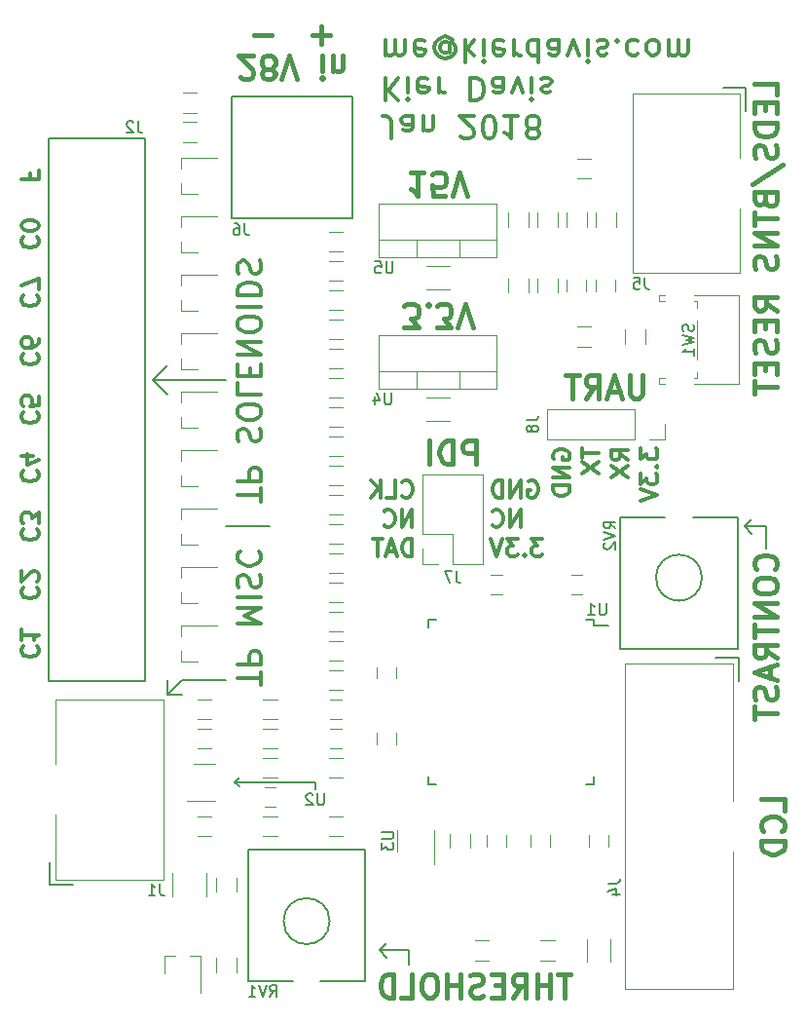
<source format=gbo>
G04 #@! TF.FileFunction,Legend,Bot*
%FSLAX46Y46*%
G04 Gerber Fmt 4.6, Leading zero omitted, Abs format (unit mm)*
G04 Created by KiCad (PCBNEW 4.0.7) date Tue Jan 30 12:06:56 2018*
%MOMM*%
%LPD*%
G01*
G04 APERTURE LIST*
%ADD10C,0.100000*%
%ADD11C,0.200000*%
%ADD12C,0.300000*%
%ADD13C,0.400000*%
%ADD14C,0.375000*%
%ADD15C,0.120000*%
%ADD16C,0.150000*%
%ADD17R,1.700000X1.700000*%
%ADD18O,1.700000X1.700000*%
%ADD19R,0.650000X1.560000*%
%ADD20R,1.500000X0.550000*%
%ADD21R,0.550000X1.500000*%
%ADD22R,1.250000X1.500000*%
%ADD23R,1.500000X1.250000*%
%ADD24R,1.600000X2.000000*%
%ADD25R,2.000000X1.600000*%
%ADD26R,1.900000X0.800000*%
%ADD27R,0.800000X1.900000*%
%ADD28R,1.300000X1.500000*%
%ADD29R,1.500000X1.300000*%
%ADD30R,2.500000X2.000000*%
%ADD31C,2.100000*%
%ADD32C,1.750000*%
%ADD33R,1.560000X0.650000*%
%ADD34R,1.800000X1.800000*%
%ADD35O,1.800000X1.800000*%
%ADD36C,8.600000*%
%ADD37C,2.500000*%
%ADD38C,2.200000*%
%ADD39C,3.500000*%
%ADD40C,1.600000*%
G04 APERTURE END LIST*
D10*
D11*
X105410000Y-52705000D02*
X106680000Y-53975000D01*
X106680000Y-51435000D02*
X105410000Y-52705000D01*
X105410000Y-52705000D02*
X111760000Y-52705000D01*
X107950000Y-78740000D02*
X111760000Y-78740000D01*
X106680000Y-80010000D02*
X107950000Y-78740000D01*
X106680000Y-80010000D02*
X107950000Y-80010000D01*
X106680000Y-78740000D02*
X106680000Y-80010000D01*
X111760000Y-65405000D02*
X115570000Y-65405000D01*
D12*
X114760238Y-79184524D02*
X114760238Y-78041667D01*
X112760238Y-78613095D02*
X114760238Y-78613095D01*
X112760238Y-77375000D02*
X114760238Y-77375000D01*
X114760238Y-76613095D01*
X114665000Y-76422619D01*
X114569762Y-76327380D01*
X114379286Y-76232142D01*
X114093571Y-76232142D01*
X113903095Y-76327380D01*
X113807857Y-76422619D01*
X113712619Y-76613095D01*
X113712619Y-77375000D01*
X112760238Y-73851190D02*
X114760238Y-73851190D01*
X113331667Y-73184523D01*
X114760238Y-72517856D01*
X112760238Y-72517856D01*
X112760238Y-71565476D02*
X114760238Y-71565476D01*
X112855476Y-70708333D02*
X112760238Y-70422618D01*
X112760238Y-69946428D01*
X112855476Y-69755952D01*
X112950714Y-69660714D01*
X113141190Y-69565475D01*
X113331667Y-69565475D01*
X113522143Y-69660714D01*
X113617381Y-69755952D01*
X113712619Y-69946428D01*
X113807857Y-70327380D01*
X113903095Y-70517856D01*
X113998333Y-70613095D01*
X114188810Y-70708333D01*
X114379286Y-70708333D01*
X114569762Y-70613095D01*
X114665000Y-70517856D01*
X114760238Y-70327380D01*
X114760238Y-69851190D01*
X114665000Y-69565475D01*
X112950714Y-67565475D02*
X112855476Y-67660713D01*
X112760238Y-67946428D01*
X112760238Y-68136904D01*
X112855476Y-68422618D01*
X113045952Y-68613094D01*
X113236429Y-68708333D01*
X113617381Y-68803571D01*
X113903095Y-68803571D01*
X114284048Y-68708333D01*
X114474524Y-68613094D01*
X114665000Y-68422618D01*
X114760238Y-68136904D01*
X114760238Y-67946428D01*
X114665000Y-67660713D01*
X114569762Y-67565475D01*
X114760238Y-63243335D02*
X114760238Y-62100478D01*
X112760238Y-62671906D02*
X114760238Y-62671906D01*
X112760238Y-61433811D02*
X114760238Y-61433811D01*
X114760238Y-60671906D01*
X114665000Y-60481430D01*
X114569762Y-60386191D01*
X114379286Y-60290953D01*
X114093571Y-60290953D01*
X113903095Y-60386191D01*
X113807857Y-60481430D01*
X113712619Y-60671906D01*
X113712619Y-61433811D01*
X112855476Y-58005239D02*
X112760238Y-57719524D01*
X112760238Y-57243334D01*
X112855476Y-57052858D01*
X112950714Y-56957620D01*
X113141190Y-56862381D01*
X113331667Y-56862381D01*
X113522143Y-56957620D01*
X113617381Y-57052858D01*
X113712619Y-57243334D01*
X113807857Y-57624286D01*
X113903095Y-57814762D01*
X113998333Y-57910001D01*
X114188810Y-58005239D01*
X114379286Y-58005239D01*
X114569762Y-57910001D01*
X114665000Y-57814762D01*
X114760238Y-57624286D01*
X114760238Y-57148096D01*
X114665000Y-56862381D01*
X114760238Y-55624286D02*
X114760238Y-55243334D01*
X114665000Y-55052858D01*
X114474524Y-54862381D01*
X114093571Y-54767143D01*
X113426905Y-54767143D01*
X113045952Y-54862381D01*
X112855476Y-55052858D01*
X112760238Y-55243334D01*
X112760238Y-55624286D01*
X112855476Y-55814762D01*
X113045952Y-56005239D01*
X113426905Y-56100477D01*
X114093571Y-56100477D01*
X114474524Y-56005239D01*
X114665000Y-55814762D01*
X114760238Y-55624286D01*
X112760238Y-52957620D02*
X112760238Y-53910001D01*
X114760238Y-53910001D01*
X113807857Y-52290953D02*
X113807857Y-51624286D01*
X112760238Y-51338572D02*
X112760238Y-52290953D01*
X114760238Y-52290953D01*
X114760238Y-51338572D01*
X112760238Y-50481429D02*
X114760238Y-50481429D01*
X112760238Y-49338571D01*
X114760238Y-49338571D01*
X114760238Y-48005238D02*
X114760238Y-47624286D01*
X114665000Y-47433810D01*
X114474524Y-47243333D01*
X114093571Y-47148095D01*
X113426905Y-47148095D01*
X113045952Y-47243333D01*
X112855476Y-47433810D01*
X112760238Y-47624286D01*
X112760238Y-48005238D01*
X112855476Y-48195714D01*
X113045952Y-48386191D01*
X113426905Y-48481429D01*
X114093571Y-48481429D01*
X114474524Y-48386191D01*
X114665000Y-48195714D01*
X114760238Y-48005238D01*
X112760238Y-46290953D02*
X114760238Y-46290953D01*
X112760238Y-45338572D02*
X114760238Y-45338572D01*
X114760238Y-44862381D01*
X114665000Y-44576667D01*
X114474524Y-44386191D01*
X114284048Y-44290952D01*
X113903095Y-44195714D01*
X113617381Y-44195714D01*
X113236429Y-44290952D01*
X113045952Y-44386191D01*
X112855476Y-44576667D01*
X112760238Y-44862381D01*
X112760238Y-45338572D01*
X112855476Y-43433810D02*
X112760238Y-43148095D01*
X112760238Y-42671905D01*
X112855476Y-42481429D01*
X112950714Y-42386191D01*
X113141190Y-42290952D01*
X113331667Y-42290952D01*
X113522143Y-42386191D01*
X113617381Y-42481429D01*
X113712619Y-42671905D01*
X113807857Y-43052857D01*
X113903095Y-43243333D01*
X113998333Y-43338572D01*
X114188810Y-43433810D01*
X114379286Y-43433810D01*
X114569762Y-43338572D01*
X114665000Y-43243333D01*
X114760238Y-43052857D01*
X114760238Y-42576667D01*
X114665000Y-42290952D01*
D11*
X127635000Y-102235000D02*
X127635000Y-103505000D01*
X125095000Y-102235000D02*
X127635000Y-102235000D01*
X125095000Y-102235000D02*
X125730000Y-102870000D01*
X125730000Y-101600000D02*
X125095000Y-102235000D01*
X158750000Y-65405000D02*
X158750000Y-67310000D01*
X156845000Y-65405000D02*
X158750000Y-65405000D01*
X156845000Y-65405000D02*
X157480000Y-66040000D01*
X157480000Y-64770000D02*
X156845000Y-65405000D01*
X112522000Y-87630000D02*
X112903000Y-88011000D01*
X112903000Y-87249000D02*
X112522000Y-87630000D01*
X119507000Y-87630000D02*
X112522000Y-87630000D01*
X119507000Y-88265000D02*
X119507000Y-87630000D01*
D13*
X127222619Y-48085238D02*
X128460715Y-48085238D01*
X127794048Y-47323333D01*
X128079762Y-47323333D01*
X128270238Y-47228095D01*
X128365476Y-47132857D01*
X128460715Y-46942381D01*
X128460715Y-46466190D01*
X128365476Y-46275714D01*
X128270238Y-46180476D01*
X128079762Y-46085238D01*
X127508334Y-46085238D01*
X127317857Y-46180476D01*
X127222619Y-46275714D01*
X129317857Y-46275714D02*
X129413096Y-46180476D01*
X129317857Y-46085238D01*
X129222619Y-46180476D01*
X129317857Y-46275714D01*
X129317857Y-46085238D01*
X130079762Y-48085238D02*
X131317858Y-48085238D01*
X130651191Y-47323333D01*
X130936905Y-47323333D01*
X131127381Y-47228095D01*
X131222619Y-47132857D01*
X131317858Y-46942381D01*
X131317858Y-46466190D01*
X131222619Y-46275714D01*
X131127381Y-46180476D01*
X130936905Y-46085238D01*
X130365477Y-46085238D01*
X130175000Y-46180476D01*
X130079762Y-46275714D01*
X131889286Y-48085238D02*
X132555953Y-46085238D01*
X133222620Y-48085238D01*
X128936905Y-34655238D02*
X127794047Y-34655238D01*
X128365476Y-34655238D02*
X128365476Y-36655238D01*
X128175000Y-36369524D01*
X127984524Y-36179048D01*
X127794047Y-36083810D01*
X130746428Y-36655238D02*
X129794047Y-36655238D01*
X129698809Y-35702857D01*
X129794047Y-35798095D01*
X129984524Y-35893333D01*
X130460714Y-35893333D01*
X130651190Y-35798095D01*
X130746428Y-35702857D01*
X130841667Y-35512381D01*
X130841667Y-35036190D01*
X130746428Y-34845714D01*
X130651190Y-34750476D01*
X130460714Y-34655238D01*
X129984524Y-34655238D01*
X129794047Y-34750476D01*
X129698809Y-34845714D01*
X131413095Y-36655238D02*
X132079762Y-34655238D01*
X132746429Y-36655238D01*
X147970477Y-52244762D02*
X147970477Y-53863810D01*
X147875238Y-54054286D01*
X147780000Y-54149524D01*
X147589524Y-54244762D01*
X147208572Y-54244762D01*
X147018096Y-54149524D01*
X146922857Y-54054286D01*
X146827619Y-53863810D01*
X146827619Y-52244762D01*
X145970477Y-53673333D02*
X145018096Y-53673333D01*
X146160953Y-54244762D02*
X145494286Y-52244762D01*
X144827619Y-54244762D01*
X143018095Y-54244762D02*
X143684762Y-53292381D01*
X144160953Y-54244762D02*
X144160953Y-52244762D01*
X143399048Y-52244762D01*
X143208572Y-52340000D01*
X143113333Y-52435238D01*
X143018095Y-52625714D01*
X143018095Y-52911429D01*
X143113333Y-53101905D01*
X143208572Y-53197143D01*
X143399048Y-53292381D01*
X144160953Y-53292381D01*
X142446667Y-52244762D02*
X141303810Y-52244762D01*
X141875238Y-54244762D02*
X141875238Y-52244762D01*
X133445000Y-59959762D02*
X133445000Y-57959762D01*
X132683095Y-57959762D01*
X132492619Y-58055000D01*
X132397380Y-58150238D01*
X132302142Y-58340714D01*
X132302142Y-58626429D01*
X132397380Y-58816905D01*
X132492619Y-58912143D01*
X132683095Y-59007381D01*
X133445000Y-59007381D01*
X131445000Y-59959762D02*
X131445000Y-57959762D01*
X130968809Y-57959762D01*
X130683095Y-58055000D01*
X130492619Y-58245476D01*
X130397380Y-58435952D01*
X130302142Y-58816905D01*
X130302142Y-59102619D01*
X130397380Y-59483571D01*
X130492619Y-59674048D01*
X130683095Y-59864524D01*
X130968809Y-59959762D01*
X131445000Y-59959762D01*
X129445000Y-59959762D02*
X129445000Y-57959762D01*
D14*
X147768571Y-58634286D02*
X147768571Y-59562857D01*
X148340000Y-59062857D01*
X148340000Y-59277143D01*
X148411429Y-59420000D01*
X148482857Y-59491429D01*
X148625714Y-59562857D01*
X148982857Y-59562857D01*
X149125714Y-59491429D01*
X149197143Y-59420000D01*
X149268571Y-59277143D01*
X149268571Y-58848571D01*
X149197143Y-58705714D01*
X149125714Y-58634286D01*
X149125714Y-60205714D02*
X149197143Y-60277142D01*
X149268571Y-60205714D01*
X149197143Y-60134285D01*
X149125714Y-60205714D01*
X149268571Y-60205714D01*
X147768571Y-60777143D02*
X147768571Y-61705714D01*
X148340000Y-61205714D01*
X148340000Y-61420000D01*
X148411429Y-61562857D01*
X148482857Y-61634286D01*
X148625714Y-61705714D01*
X148982857Y-61705714D01*
X149125714Y-61634286D01*
X149197143Y-61562857D01*
X149268571Y-61420000D01*
X149268571Y-60991428D01*
X149197143Y-60848571D01*
X149125714Y-60777143D01*
X147768571Y-62134285D02*
X149268571Y-62634285D01*
X147768571Y-63134285D01*
X146728571Y-59634286D02*
X146014286Y-59134286D01*
X146728571Y-58777143D02*
X145228571Y-58777143D01*
X145228571Y-59348571D01*
X145300000Y-59491429D01*
X145371429Y-59562857D01*
X145514286Y-59634286D01*
X145728571Y-59634286D01*
X145871429Y-59562857D01*
X145942857Y-59491429D01*
X146014286Y-59348571D01*
X146014286Y-58777143D01*
X145228571Y-60134286D02*
X146728571Y-61134286D01*
X145228571Y-61134286D02*
X146728571Y-60134286D01*
X142688571Y-58562857D02*
X142688571Y-59420000D01*
X144188571Y-58991429D02*
X142688571Y-58991429D01*
X142688571Y-59777143D02*
X144188571Y-60777143D01*
X142688571Y-60777143D02*
X144188571Y-59777143D01*
X140220000Y-59562857D02*
X140148571Y-59420000D01*
X140148571Y-59205714D01*
X140220000Y-58991429D01*
X140362857Y-58848571D01*
X140505714Y-58777143D01*
X140791429Y-58705714D01*
X141005714Y-58705714D01*
X141291429Y-58777143D01*
X141434286Y-58848571D01*
X141577143Y-58991429D01*
X141648571Y-59205714D01*
X141648571Y-59348571D01*
X141577143Y-59562857D01*
X141505714Y-59634286D01*
X141005714Y-59634286D01*
X141005714Y-59348571D01*
X141648571Y-60277143D02*
X140148571Y-60277143D01*
X141648571Y-61134286D01*
X140148571Y-61134286D01*
X141648571Y-61848572D02*
X140148571Y-61848572D01*
X140148571Y-62205715D01*
X140220000Y-62420000D01*
X140362857Y-62562858D01*
X140505714Y-62634286D01*
X140791429Y-62705715D01*
X141005714Y-62705715D01*
X141291429Y-62634286D01*
X141434286Y-62562858D01*
X141577143Y-62420000D01*
X141648571Y-62205715D01*
X141648571Y-61848572D01*
X137334286Y-65448571D02*
X137334286Y-63948571D01*
X136477143Y-65448571D01*
X136477143Y-63948571D01*
X134905714Y-65305714D02*
X134977143Y-65377143D01*
X135191429Y-65448571D01*
X135334286Y-65448571D01*
X135548571Y-65377143D01*
X135691429Y-65234286D01*
X135762857Y-65091429D01*
X135834286Y-64805714D01*
X135834286Y-64591429D01*
X135762857Y-64305714D01*
X135691429Y-64162857D01*
X135548571Y-64020000D01*
X135334286Y-63948571D01*
X135191429Y-63948571D01*
X134977143Y-64020000D01*
X134905714Y-64091429D01*
X127912857Y-65448571D02*
X127912857Y-63948571D01*
X127055714Y-65448571D01*
X127055714Y-63948571D01*
X125484285Y-65305714D02*
X125555714Y-65377143D01*
X125770000Y-65448571D01*
X125912857Y-65448571D01*
X126127142Y-65377143D01*
X126270000Y-65234286D01*
X126341428Y-65091429D01*
X126412857Y-64805714D01*
X126412857Y-64591429D01*
X126341428Y-64305714D01*
X126270000Y-64162857D01*
X126127142Y-64020000D01*
X125912857Y-63948571D01*
X125770000Y-63948571D01*
X125555714Y-64020000D01*
X125484285Y-64091429D01*
X139262856Y-66488571D02*
X138334285Y-66488571D01*
X138834285Y-67060000D01*
X138619999Y-67060000D01*
X138477142Y-67131429D01*
X138405713Y-67202857D01*
X138334285Y-67345714D01*
X138334285Y-67702857D01*
X138405713Y-67845714D01*
X138477142Y-67917143D01*
X138619999Y-67988571D01*
X139048571Y-67988571D01*
X139191428Y-67917143D01*
X139262856Y-67845714D01*
X137691428Y-67845714D02*
X137620000Y-67917143D01*
X137691428Y-67988571D01*
X137762857Y-67917143D01*
X137691428Y-67845714D01*
X137691428Y-67988571D01*
X137119999Y-66488571D02*
X136191428Y-66488571D01*
X136691428Y-67060000D01*
X136477142Y-67060000D01*
X136334285Y-67131429D01*
X136262856Y-67202857D01*
X136191428Y-67345714D01*
X136191428Y-67702857D01*
X136262856Y-67845714D01*
X136334285Y-67917143D01*
X136477142Y-67988571D01*
X136905714Y-67988571D01*
X137048571Y-67917143D01*
X137119999Y-67845714D01*
X135762857Y-66488571D02*
X135262857Y-67988571D01*
X134762857Y-66488571D01*
X138048572Y-61480000D02*
X138191429Y-61408571D01*
X138405715Y-61408571D01*
X138620000Y-61480000D01*
X138762858Y-61622857D01*
X138834286Y-61765714D01*
X138905715Y-62051429D01*
X138905715Y-62265714D01*
X138834286Y-62551429D01*
X138762858Y-62694286D01*
X138620000Y-62837143D01*
X138405715Y-62908571D01*
X138262858Y-62908571D01*
X138048572Y-62837143D01*
X137977143Y-62765714D01*
X137977143Y-62265714D01*
X138262858Y-62265714D01*
X137334286Y-62908571D02*
X137334286Y-61408571D01*
X136477143Y-62908571D01*
X136477143Y-61408571D01*
X135762857Y-62908571D02*
X135762857Y-61408571D01*
X135405714Y-61408571D01*
X135191429Y-61480000D01*
X135048571Y-61622857D01*
X134977143Y-61765714D01*
X134905714Y-62051429D01*
X134905714Y-62265714D01*
X134977143Y-62551429D01*
X135048571Y-62694286D01*
X135191429Y-62837143D01*
X135405714Y-62908571D01*
X135762857Y-62908571D01*
X127055714Y-62765714D02*
X127127143Y-62837143D01*
X127341429Y-62908571D01*
X127484286Y-62908571D01*
X127698571Y-62837143D01*
X127841429Y-62694286D01*
X127912857Y-62551429D01*
X127984286Y-62265714D01*
X127984286Y-62051429D01*
X127912857Y-61765714D01*
X127841429Y-61622857D01*
X127698571Y-61480000D01*
X127484286Y-61408571D01*
X127341429Y-61408571D01*
X127127143Y-61480000D01*
X127055714Y-61551429D01*
X125698571Y-62908571D02*
X126412857Y-62908571D01*
X126412857Y-61408571D01*
X125198571Y-62908571D02*
X125198571Y-61408571D01*
X124341428Y-62908571D02*
X124984285Y-62051429D01*
X124341428Y-61408571D02*
X125198571Y-62265714D01*
X127912857Y-67988571D02*
X127912857Y-66488571D01*
X127555714Y-66488571D01*
X127341429Y-66560000D01*
X127198571Y-66702857D01*
X127127143Y-66845714D01*
X127055714Y-67131429D01*
X127055714Y-67345714D01*
X127127143Y-67631429D01*
X127198571Y-67774286D01*
X127341429Y-67917143D01*
X127555714Y-67988571D01*
X127912857Y-67988571D01*
X126484286Y-67560000D02*
X125770000Y-67560000D01*
X126627143Y-67988571D02*
X126127143Y-66488571D01*
X125627143Y-67988571D01*
X125341429Y-66488571D02*
X124484286Y-66488571D01*
X124912857Y-67988571D02*
X124912857Y-66488571D01*
D12*
X126142619Y-31700238D02*
X126142619Y-30271667D01*
X126047381Y-29985952D01*
X125856905Y-29795476D01*
X125571190Y-29700238D01*
X125380714Y-29700238D01*
X127952143Y-29700238D02*
X127952143Y-30747857D01*
X127856905Y-30938333D01*
X127666429Y-31033571D01*
X127285477Y-31033571D01*
X127095000Y-30938333D01*
X127952143Y-29795476D02*
X127761667Y-29700238D01*
X127285477Y-29700238D01*
X127095000Y-29795476D01*
X126999762Y-29985952D01*
X126999762Y-30176429D01*
X127095000Y-30366905D01*
X127285477Y-30462143D01*
X127761667Y-30462143D01*
X127952143Y-30557381D01*
X128904524Y-31033571D02*
X128904524Y-29700238D01*
X128904524Y-30843095D02*
X128999763Y-30938333D01*
X129190239Y-31033571D01*
X129475953Y-31033571D01*
X129666429Y-30938333D01*
X129761667Y-30747857D01*
X129761667Y-29700238D01*
X132142620Y-31509762D02*
X132237858Y-31605000D01*
X132428335Y-31700238D01*
X132904525Y-31700238D01*
X133095001Y-31605000D01*
X133190239Y-31509762D01*
X133285478Y-31319286D01*
X133285478Y-31128810D01*
X133190239Y-30843095D01*
X132047382Y-29700238D01*
X133285478Y-29700238D01*
X134523573Y-31700238D02*
X134714049Y-31700238D01*
X134904525Y-31605000D01*
X134999763Y-31509762D01*
X135095001Y-31319286D01*
X135190240Y-30938333D01*
X135190240Y-30462143D01*
X135095001Y-30081190D01*
X134999763Y-29890714D01*
X134904525Y-29795476D01*
X134714049Y-29700238D01*
X134523573Y-29700238D01*
X134333097Y-29795476D01*
X134237859Y-29890714D01*
X134142620Y-30081190D01*
X134047382Y-30462143D01*
X134047382Y-30938333D01*
X134142620Y-31319286D01*
X134237859Y-31509762D01*
X134333097Y-31605000D01*
X134523573Y-31700238D01*
X137095002Y-29700238D02*
X135952144Y-29700238D01*
X136523573Y-29700238D02*
X136523573Y-31700238D01*
X136333097Y-31414524D01*
X136142621Y-31224048D01*
X135952144Y-31128810D01*
X138237859Y-30843095D02*
X138047383Y-30938333D01*
X137952144Y-31033571D01*
X137856906Y-31224048D01*
X137856906Y-31319286D01*
X137952144Y-31509762D01*
X138047383Y-31605000D01*
X138237859Y-31700238D01*
X138618811Y-31700238D01*
X138809287Y-31605000D01*
X138904525Y-31509762D01*
X138999764Y-31319286D01*
X138999764Y-31224048D01*
X138904525Y-31033571D01*
X138809287Y-30938333D01*
X138618811Y-30843095D01*
X138237859Y-30843095D01*
X138047383Y-30747857D01*
X137952144Y-30652619D01*
X137856906Y-30462143D01*
X137856906Y-30081190D01*
X137952144Y-29890714D01*
X138047383Y-29795476D01*
X138237859Y-29700238D01*
X138618811Y-29700238D01*
X138809287Y-29795476D01*
X138904525Y-29890714D01*
X138999764Y-30081190D01*
X138999764Y-30462143D01*
X138904525Y-30652619D01*
X138809287Y-30747857D01*
X138618811Y-30843095D01*
X125571190Y-26400238D02*
X125571190Y-28400238D01*
X126714048Y-26400238D02*
X125856905Y-27543095D01*
X126714048Y-28400238D02*
X125571190Y-27257381D01*
X127571190Y-26400238D02*
X127571190Y-27733571D01*
X127571190Y-28400238D02*
X127475952Y-28305000D01*
X127571190Y-28209762D01*
X127666429Y-28305000D01*
X127571190Y-28400238D01*
X127571190Y-28209762D01*
X129285476Y-26495476D02*
X129095000Y-26400238D01*
X128714048Y-26400238D01*
X128523571Y-26495476D01*
X128428333Y-26685952D01*
X128428333Y-27447857D01*
X128523571Y-27638333D01*
X128714048Y-27733571D01*
X129095000Y-27733571D01*
X129285476Y-27638333D01*
X129380714Y-27447857D01*
X129380714Y-27257381D01*
X128428333Y-27066905D01*
X130237857Y-26400238D02*
X130237857Y-27733571D01*
X130237857Y-27352619D02*
X130333096Y-27543095D01*
X130428334Y-27638333D01*
X130618810Y-27733571D01*
X130809286Y-27733571D01*
X132999762Y-26400238D02*
X132999762Y-28400238D01*
X133475953Y-28400238D01*
X133761667Y-28305000D01*
X133952143Y-28114524D01*
X134047382Y-27924048D01*
X134142620Y-27543095D01*
X134142620Y-27257381D01*
X134047382Y-26876429D01*
X133952143Y-26685952D01*
X133761667Y-26495476D01*
X133475953Y-26400238D01*
X132999762Y-26400238D01*
X135856905Y-26400238D02*
X135856905Y-27447857D01*
X135761667Y-27638333D01*
X135571191Y-27733571D01*
X135190239Y-27733571D01*
X134999762Y-27638333D01*
X135856905Y-26495476D02*
X135666429Y-26400238D01*
X135190239Y-26400238D01*
X134999762Y-26495476D01*
X134904524Y-26685952D01*
X134904524Y-26876429D01*
X134999762Y-27066905D01*
X135190239Y-27162143D01*
X135666429Y-27162143D01*
X135856905Y-27257381D01*
X136618810Y-27733571D02*
X137095001Y-26400238D01*
X137571191Y-27733571D01*
X138333096Y-26400238D02*
X138333096Y-27733571D01*
X138333096Y-28400238D02*
X138237858Y-28305000D01*
X138333096Y-28209762D01*
X138428335Y-28305000D01*
X138333096Y-28400238D01*
X138333096Y-28209762D01*
X139190239Y-26495476D02*
X139380716Y-26400238D01*
X139761668Y-26400238D01*
X139952144Y-26495476D01*
X140047382Y-26685952D01*
X140047382Y-26781190D01*
X139952144Y-26971667D01*
X139761668Y-27066905D01*
X139475954Y-27066905D01*
X139285477Y-27162143D01*
X139190239Y-27352619D01*
X139190239Y-27447857D01*
X139285477Y-27638333D01*
X139475954Y-27733571D01*
X139761668Y-27733571D01*
X139952144Y-27638333D01*
X125571190Y-23100238D02*
X125571190Y-24433571D01*
X125571190Y-24243095D02*
X125666429Y-24338333D01*
X125856905Y-24433571D01*
X126142619Y-24433571D01*
X126333095Y-24338333D01*
X126428333Y-24147857D01*
X126428333Y-23100238D01*
X126428333Y-24147857D02*
X126523571Y-24338333D01*
X126714048Y-24433571D01*
X126999762Y-24433571D01*
X127190238Y-24338333D01*
X127285476Y-24147857D01*
X127285476Y-23100238D01*
X128999762Y-23195476D02*
X128809286Y-23100238D01*
X128428334Y-23100238D01*
X128237857Y-23195476D01*
X128142619Y-23385952D01*
X128142619Y-24147857D01*
X128237857Y-24338333D01*
X128428334Y-24433571D01*
X128809286Y-24433571D01*
X128999762Y-24338333D01*
X129095000Y-24147857D01*
X129095000Y-23957381D01*
X128142619Y-23766905D01*
X131190239Y-24052619D02*
X131095001Y-24147857D01*
X130904524Y-24243095D01*
X130714048Y-24243095D01*
X130523572Y-24147857D01*
X130428334Y-24052619D01*
X130333096Y-23862143D01*
X130333096Y-23671667D01*
X130428334Y-23481190D01*
X130523572Y-23385952D01*
X130714048Y-23290714D01*
X130904524Y-23290714D01*
X131095001Y-23385952D01*
X131190239Y-23481190D01*
X131190239Y-24243095D02*
X131190239Y-23481190D01*
X131285477Y-23385952D01*
X131380715Y-23385952D01*
X131571191Y-23481190D01*
X131666429Y-23671667D01*
X131666429Y-24147857D01*
X131475953Y-24433571D01*
X131190239Y-24624048D01*
X130809286Y-24719286D01*
X130428334Y-24624048D01*
X130142620Y-24433571D01*
X129952143Y-24147857D01*
X129856905Y-23766905D01*
X129952143Y-23385952D01*
X130142620Y-23100238D01*
X130428334Y-22909762D01*
X130809286Y-22814524D01*
X131190239Y-22909762D01*
X131475953Y-23100238D01*
X132523572Y-23100238D02*
X132523572Y-25100238D01*
X132714049Y-23862143D02*
X133285477Y-23100238D01*
X133285477Y-24433571D02*
X132523572Y-23671667D01*
X134142620Y-23100238D02*
X134142620Y-24433571D01*
X134142620Y-25100238D02*
X134047382Y-25005000D01*
X134142620Y-24909762D01*
X134237859Y-25005000D01*
X134142620Y-25100238D01*
X134142620Y-24909762D01*
X135856906Y-23195476D02*
X135666430Y-23100238D01*
X135285478Y-23100238D01*
X135095001Y-23195476D01*
X134999763Y-23385952D01*
X134999763Y-24147857D01*
X135095001Y-24338333D01*
X135285478Y-24433571D01*
X135666430Y-24433571D01*
X135856906Y-24338333D01*
X135952144Y-24147857D01*
X135952144Y-23957381D01*
X134999763Y-23766905D01*
X136809287Y-23100238D02*
X136809287Y-24433571D01*
X136809287Y-24052619D02*
X136904526Y-24243095D01*
X136999764Y-24338333D01*
X137190240Y-24433571D01*
X137380716Y-24433571D01*
X138904525Y-23100238D02*
X138904525Y-25100238D01*
X138904525Y-23195476D02*
X138714049Y-23100238D01*
X138333097Y-23100238D01*
X138142621Y-23195476D01*
X138047382Y-23290714D01*
X137952144Y-23481190D01*
X137952144Y-24052619D01*
X138047382Y-24243095D01*
X138142621Y-24338333D01*
X138333097Y-24433571D01*
X138714049Y-24433571D01*
X138904525Y-24338333D01*
X140714049Y-23100238D02*
X140714049Y-24147857D01*
X140618811Y-24338333D01*
X140428335Y-24433571D01*
X140047383Y-24433571D01*
X139856906Y-24338333D01*
X140714049Y-23195476D02*
X140523573Y-23100238D01*
X140047383Y-23100238D01*
X139856906Y-23195476D01*
X139761668Y-23385952D01*
X139761668Y-23576429D01*
X139856906Y-23766905D01*
X140047383Y-23862143D01*
X140523573Y-23862143D01*
X140714049Y-23957381D01*
X141475954Y-24433571D02*
X141952145Y-23100238D01*
X142428335Y-24433571D01*
X143190240Y-23100238D02*
X143190240Y-24433571D01*
X143190240Y-25100238D02*
X143095002Y-25005000D01*
X143190240Y-24909762D01*
X143285479Y-25005000D01*
X143190240Y-25100238D01*
X143190240Y-24909762D01*
X144047383Y-23195476D02*
X144237860Y-23100238D01*
X144618812Y-23100238D01*
X144809288Y-23195476D01*
X144904526Y-23385952D01*
X144904526Y-23481190D01*
X144809288Y-23671667D01*
X144618812Y-23766905D01*
X144333098Y-23766905D01*
X144142621Y-23862143D01*
X144047383Y-24052619D01*
X144047383Y-24147857D01*
X144142621Y-24338333D01*
X144333098Y-24433571D01*
X144618812Y-24433571D01*
X144809288Y-24338333D01*
X145761669Y-23290714D02*
X145856908Y-23195476D01*
X145761669Y-23100238D01*
X145666431Y-23195476D01*
X145761669Y-23290714D01*
X145761669Y-23100238D01*
X147571193Y-23195476D02*
X147380717Y-23100238D01*
X146999765Y-23100238D01*
X146809289Y-23195476D01*
X146714050Y-23290714D01*
X146618812Y-23481190D01*
X146618812Y-24052619D01*
X146714050Y-24243095D01*
X146809289Y-24338333D01*
X146999765Y-24433571D01*
X147380717Y-24433571D01*
X147571193Y-24338333D01*
X148714051Y-23100238D02*
X148523575Y-23195476D01*
X148428336Y-23290714D01*
X148333098Y-23481190D01*
X148333098Y-24052619D01*
X148428336Y-24243095D01*
X148523575Y-24338333D01*
X148714051Y-24433571D01*
X148999765Y-24433571D01*
X149190241Y-24338333D01*
X149285479Y-24243095D01*
X149380717Y-24052619D01*
X149380717Y-23481190D01*
X149285479Y-23290714D01*
X149190241Y-23195476D01*
X148999765Y-23100238D01*
X148714051Y-23100238D01*
X150237860Y-23100238D02*
X150237860Y-24433571D01*
X150237860Y-24243095D02*
X150333099Y-24338333D01*
X150523575Y-24433571D01*
X150809289Y-24433571D01*
X150999765Y-24338333D01*
X151095003Y-24147857D01*
X151095003Y-23100238D01*
X151095003Y-24147857D02*
X151190241Y-24338333D01*
X151380718Y-24433571D01*
X151666432Y-24433571D01*
X151856908Y-24338333D01*
X151952146Y-24147857D01*
X151952146Y-23100238D01*
D13*
X159654762Y-46625238D02*
X158702381Y-45958571D01*
X159654762Y-45482380D02*
X157654762Y-45482380D01*
X157654762Y-46244285D01*
X157750000Y-46434761D01*
X157845238Y-46530000D01*
X158035714Y-46625238D01*
X158321429Y-46625238D01*
X158511905Y-46530000D01*
X158607143Y-46434761D01*
X158702381Y-46244285D01*
X158702381Y-45482380D01*
X158607143Y-47482380D02*
X158607143Y-48149047D01*
X159654762Y-48434761D02*
X159654762Y-47482380D01*
X157654762Y-47482380D01*
X157654762Y-48434761D01*
X159559524Y-49196666D02*
X159654762Y-49482381D01*
X159654762Y-49958571D01*
X159559524Y-50149047D01*
X159464286Y-50244285D01*
X159273810Y-50339524D01*
X159083333Y-50339524D01*
X158892857Y-50244285D01*
X158797619Y-50149047D01*
X158702381Y-49958571D01*
X158607143Y-49577619D01*
X158511905Y-49387143D01*
X158416667Y-49291904D01*
X158226190Y-49196666D01*
X158035714Y-49196666D01*
X157845238Y-49291904D01*
X157750000Y-49387143D01*
X157654762Y-49577619D01*
X157654762Y-50053809D01*
X157750000Y-50339524D01*
X158607143Y-51196666D02*
X158607143Y-51863333D01*
X159654762Y-52149047D02*
X159654762Y-51196666D01*
X157654762Y-51196666D01*
X157654762Y-52149047D01*
X157654762Y-52720476D02*
X157654762Y-53863333D01*
X159654762Y-53291905D02*
X157654762Y-53291905D01*
X159654762Y-27877380D02*
X159654762Y-26924999D01*
X157654762Y-26924999D01*
X158607143Y-28544047D02*
X158607143Y-29210714D01*
X159654762Y-29496428D02*
X159654762Y-28544047D01*
X157654762Y-28544047D01*
X157654762Y-29496428D01*
X159654762Y-30353571D02*
X157654762Y-30353571D01*
X157654762Y-30829762D01*
X157750000Y-31115476D01*
X157940476Y-31305952D01*
X158130952Y-31401191D01*
X158511905Y-31496429D01*
X158797619Y-31496429D01*
X159178571Y-31401191D01*
X159369048Y-31305952D01*
X159559524Y-31115476D01*
X159654762Y-30829762D01*
X159654762Y-30353571D01*
X159559524Y-32258333D02*
X159654762Y-32544048D01*
X159654762Y-33020238D01*
X159559524Y-33210714D01*
X159464286Y-33305952D01*
X159273810Y-33401191D01*
X159083333Y-33401191D01*
X158892857Y-33305952D01*
X158797619Y-33210714D01*
X158702381Y-33020238D01*
X158607143Y-32639286D01*
X158511905Y-32448810D01*
X158416667Y-32353571D01*
X158226190Y-32258333D01*
X158035714Y-32258333D01*
X157845238Y-32353571D01*
X157750000Y-32448810D01*
X157654762Y-32639286D01*
X157654762Y-33115476D01*
X157750000Y-33401191D01*
X157559524Y-35686905D02*
X160130952Y-33972619D01*
X158607143Y-37020238D02*
X158702381Y-37305952D01*
X158797619Y-37401191D01*
X158988095Y-37496429D01*
X159273810Y-37496429D01*
X159464286Y-37401191D01*
X159559524Y-37305952D01*
X159654762Y-37115476D01*
X159654762Y-36353571D01*
X157654762Y-36353571D01*
X157654762Y-37020238D01*
X157750000Y-37210714D01*
X157845238Y-37305952D01*
X158035714Y-37401191D01*
X158226190Y-37401191D01*
X158416667Y-37305952D01*
X158511905Y-37210714D01*
X158607143Y-37020238D01*
X158607143Y-36353571D01*
X157654762Y-38067857D02*
X157654762Y-39210714D01*
X159654762Y-38639286D02*
X157654762Y-38639286D01*
X159654762Y-39877381D02*
X157654762Y-39877381D01*
X159654762Y-41020239D01*
X157654762Y-41020239D01*
X159559524Y-41877381D02*
X159654762Y-42163096D01*
X159654762Y-42639286D01*
X159559524Y-42829762D01*
X159464286Y-42925000D01*
X159273810Y-43020239D01*
X159083333Y-43020239D01*
X158892857Y-42925000D01*
X158797619Y-42829762D01*
X158702381Y-42639286D01*
X158607143Y-42258334D01*
X158511905Y-42067858D01*
X158416667Y-41972619D01*
X158226190Y-41877381D01*
X158035714Y-41877381D01*
X157845238Y-41972619D01*
X157750000Y-42067858D01*
X157654762Y-42258334D01*
X157654762Y-42734524D01*
X157750000Y-43020239D01*
X112951190Y-26304762D02*
X113046428Y-26400000D01*
X113236905Y-26495238D01*
X113713095Y-26495238D01*
X113903571Y-26400000D01*
X113998809Y-26304762D01*
X114094048Y-26114286D01*
X114094048Y-25923810D01*
X113998809Y-25638095D01*
X112855952Y-24495238D01*
X114094048Y-24495238D01*
X115236905Y-25638095D02*
X115046429Y-25733333D01*
X114951190Y-25828571D01*
X114855952Y-26019048D01*
X114855952Y-26114286D01*
X114951190Y-26304762D01*
X115046429Y-26400000D01*
X115236905Y-26495238D01*
X115617857Y-26495238D01*
X115808333Y-26400000D01*
X115903571Y-26304762D01*
X115998810Y-26114286D01*
X115998810Y-26019048D01*
X115903571Y-25828571D01*
X115808333Y-25733333D01*
X115617857Y-25638095D01*
X115236905Y-25638095D01*
X115046429Y-25542857D01*
X114951190Y-25447619D01*
X114855952Y-25257143D01*
X114855952Y-24876190D01*
X114951190Y-24685714D01*
X115046429Y-24590476D01*
X115236905Y-24495238D01*
X115617857Y-24495238D01*
X115808333Y-24590476D01*
X115903571Y-24685714D01*
X115998810Y-24876190D01*
X115998810Y-25257143D01*
X115903571Y-25447619D01*
X115808333Y-25542857D01*
X115617857Y-25638095D01*
X116570238Y-26495238D02*
X117236905Y-24495238D01*
X117903572Y-26495238D01*
X120094048Y-24495238D02*
X120094048Y-25828571D01*
X120094048Y-26495238D02*
X119998810Y-26400000D01*
X120094048Y-26304762D01*
X120189287Y-26400000D01*
X120094048Y-26495238D01*
X120094048Y-26304762D01*
X121046429Y-25828571D02*
X121046429Y-24495238D01*
X121046429Y-25638095D02*
X121141668Y-25733333D01*
X121332144Y-25828571D01*
X121617858Y-25828571D01*
X121808334Y-25733333D01*
X121903572Y-25542857D01*
X121903572Y-24495238D01*
X119253095Y-22717143D02*
X120776905Y-22717143D01*
X120015000Y-21955238D02*
X120015000Y-23479048D01*
X114173095Y-22717143D02*
X115696905Y-22717143D01*
D14*
X94079286Y-75814999D02*
X94007857Y-75886428D01*
X93936429Y-76100714D01*
X93936429Y-76243571D01*
X94007857Y-76457856D01*
X94150714Y-76600714D01*
X94293571Y-76672142D01*
X94579286Y-76743571D01*
X94793571Y-76743571D01*
X95079286Y-76672142D01*
X95222143Y-76600714D01*
X95365000Y-76457856D01*
X95436429Y-76243571D01*
X95436429Y-76100714D01*
X95365000Y-75886428D01*
X95293571Y-75814999D01*
X93936429Y-74386428D02*
X93936429Y-75243571D01*
X93936429Y-74814999D02*
X95436429Y-74814999D01*
X95222143Y-74957856D01*
X95079286Y-75100714D01*
X95007857Y-75243571D01*
X94079286Y-70734999D02*
X94007857Y-70806428D01*
X93936429Y-71020714D01*
X93936429Y-71163571D01*
X94007857Y-71377856D01*
X94150714Y-71520714D01*
X94293571Y-71592142D01*
X94579286Y-71663571D01*
X94793571Y-71663571D01*
X95079286Y-71592142D01*
X95222143Y-71520714D01*
X95365000Y-71377856D01*
X95436429Y-71163571D01*
X95436429Y-71020714D01*
X95365000Y-70806428D01*
X95293571Y-70734999D01*
X95293571Y-70163571D02*
X95365000Y-70092142D01*
X95436429Y-69949285D01*
X95436429Y-69592142D01*
X95365000Y-69449285D01*
X95293571Y-69377856D01*
X95150714Y-69306428D01*
X95007857Y-69306428D01*
X94793571Y-69377856D01*
X93936429Y-70234999D01*
X93936429Y-69306428D01*
X94079286Y-65654999D02*
X94007857Y-65726428D01*
X93936429Y-65940714D01*
X93936429Y-66083571D01*
X94007857Y-66297856D01*
X94150714Y-66440714D01*
X94293571Y-66512142D01*
X94579286Y-66583571D01*
X94793571Y-66583571D01*
X95079286Y-66512142D01*
X95222143Y-66440714D01*
X95365000Y-66297856D01*
X95436429Y-66083571D01*
X95436429Y-65940714D01*
X95365000Y-65726428D01*
X95293571Y-65654999D01*
X95436429Y-65154999D02*
X95436429Y-64226428D01*
X94865000Y-64726428D01*
X94865000Y-64512142D01*
X94793571Y-64369285D01*
X94722143Y-64297856D01*
X94579286Y-64226428D01*
X94222143Y-64226428D01*
X94079286Y-64297856D01*
X94007857Y-64369285D01*
X93936429Y-64512142D01*
X93936429Y-64940714D01*
X94007857Y-65083571D01*
X94079286Y-65154999D01*
X94079286Y-60574999D02*
X94007857Y-60646428D01*
X93936429Y-60860714D01*
X93936429Y-61003571D01*
X94007857Y-61217856D01*
X94150714Y-61360714D01*
X94293571Y-61432142D01*
X94579286Y-61503571D01*
X94793571Y-61503571D01*
X95079286Y-61432142D01*
X95222143Y-61360714D01*
X95365000Y-61217856D01*
X95436429Y-61003571D01*
X95436429Y-60860714D01*
X95365000Y-60646428D01*
X95293571Y-60574999D01*
X94936429Y-59289285D02*
X93936429Y-59289285D01*
X95507857Y-59646428D02*
X94436429Y-60003571D01*
X94436429Y-59074999D01*
X94079286Y-55494999D02*
X94007857Y-55566428D01*
X93936429Y-55780714D01*
X93936429Y-55923571D01*
X94007857Y-56137856D01*
X94150714Y-56280714D01*
X94293571Y-56352142D01*
X94579286Y-56423571D01*
X94793571Y-56423571D01*
X95079286Y-56352142D01*
X95222143Y-56280714D01*
X95365000Y-56137856D01*
X95436429Y-55923571D01*
X95436429Y-55780714D01*
X95365000Y-55566428D01*
X95293571Y-55494999D01*
X95436429Y-54137856D02*
X95436429Y-54852142D01*
X94722143Y-54923571D01*
X94793571Y-54852142D01*
X94865000Y-54709285D01*
X94865000Y-54352142D01*
X94793571Y-54209285D01*
X94722143Y-54137856D01*
X94579286Y-54066428D01*
X94222143Y-54066428D01*
X94079286Y-54137856D01*
X94007857Y-54209285D01*
X93936429Y-54352142D01*
X93936429Y-54709285D01*
X94007857Y-54852142D01*
X94079286Y-54923571D01*
X94079286Y-50414999D02*
X94007857Y-50486428D01*
X93936429Y-50700714D01*
X93936429Y-50843571D01*
X94007857Y-51057856D01*
X94150714Y-51200714D01*
X94293571Y-51272142D01*
X94579286Y-51343571D01*
X94793571Y-51343571D01*
X95079286Y-51272142D01*
X95222143Y-51200714D01*
X95365000Y-51057856D01*
X95436429Y-50843571D01*
X95436429Y-50700714D01*
X95365000Y-50486428D01*
X95293571Y-50414999D01*
X95436429Y-49129285D02*
X95436429Y-49414999D01*
X95365000Y-49557856D01*
X95293571Y-49629285D01*
X95079286Y-49772142D01*
X94793571Y-49843571D01*
X94222143Y-49843571D01*
X94079286Y-49772142D01*
X94007857Y-49700714D01*
X93936429Y-49557856D01*
X93936429Y-49272142D01*
X94007857Y-49129285D01*
X94079286Y-49057856D01*
X94222143Y-48986428D01*
X94579286Y-48986428D01*
X94722143Y-49057856D01*
X94793571Y-49129285D01*
X94865000Y-49272142D01*
X94865000Y-49557856D01*
X94793571Y-49700714D01*
X94722143Y-49772142D01*
X94579286Y-49843571D01*
X94079286Y-45334999D02*
X94007857Y-45406428D01*
X93936429Y-45620714D01*
X93936429Y-45763571D01*
X94007857Y-45977856D01*
X94150714Y-46120714D01*
X94293571Y-46192142D01*
X94579286Y-46263571D01*
X94793571Y-46263571D01*
X95079286Y-46192142D01*
X95222143Y-46120714D01*
X95365000Y-45977856D01*
X95436429Y-45763571D01*
X95436429Y-45620714D01*
X95365000Y-45406428D01*
X95293571Y-45334999D01*
X95436429Y-44834999D02*
X95436429Y-43834999D01*
X93936429Y-44477856D01*
X94079286Y-40254999D02*
X94007857Y-40326428D01*
X93936429Y-40540714D01*
X93936429Y-40683571D01*
X94007857Y-40897856D01*
X94150714Y-41040714D01*
X94293571Y-41112142D01*
X94579286Y-41183571D01*
X94793571Y-41183571D01*
X95079286Y-41112142D01*
X95222143Y-41040714D01*
X95365000Y-40897856D01*
X95436429Y-40683571D01*
X95436429Y-40540714D01*
X95365000Y-40326428D01*
X95293571Y-40254999D01*
X95436429Y-39326428D02*
X95436429Y-39183571D01*
X95365000Y-39040714D01*
X95293571Y-38969285D01*
X95150714Y-38897856D01*
X94865000Y-38826428D01*
X94507857Y-38826428D01*
X94222143Y-38897856D01*
X94079286Y-38969285D01*
X94007857Y-39040714D01*
X93936429Y-39183571D01*
X93936429Y-39326428D01*
X94007857Y-39469285D01*
X94079286Y-39540714D01*
X94222143Y-39612142D01*
X94507857Y-39683571D01*
X94865000Y-39683571D01*
X95150714Y-39612142D01*
X95293571Y-39540714D01*
X95365000Y-39469285D01*
X95436429Y-39326428D01*
X94722143Y-34710714D02*
X94722143Y-35210714D01*
X93936429Y-35210714D02*
X95436429Y-35210714D01*
X95436429Y-34496428D01*
D13*
X141730953Y-104314762D02*
X140588096Y-104314762D01*
X141159524Y-106314762D02*
X141159524Y-104314762D01*
X139921429Y-106314762D02*
X139921429Y-104314762D01*
X139921429Y-105267143D02*
X138778571Y-105267143D01*
X138778571Y-106314762D02*
X138778571Y-104314762D01*
X136683333Y-106314762D02*
X137350000Y-105362381D01*
X137826191Y-106314762D02*
X137826191Y-104314762D01*
X137064286Y-104314762D01*
X136873810Y-104410000D01*
X136778571Y-104505238D01*
X136683333Y-104695714D01*
X136683333Y-104981429D01*
X136778571Y-105171905D01*
X136873810Y-105267143D01*
X137064286Y-105362381D01*
X137826191Y-105362381D01*
X135826191Y-105267143D02*
X135159524Y-105267143D01*
X134873810Y-106314762D02*
X135826191Y-106314762D01*
X135826191Y-104314762D01*
X134873810Y-104314762D01*
X134111905Y-106219524D02*
X133826190Y-106314762D01*
X133350000Y-106314762D01*
X133159524Y-106219524D01*
X133064286Y-106124286D01*
X132969047Y-105933810D01*
X132969047Y-105743333D01*
X133064286Y-105552857D01*
X133159524Y-105457619D01*
X133350000Y-105362381D01*
X133730952Y-105267143D01*
X133921428Y-105171905D01*
X134016667Y-105076667D01*
X134111905Y-104886190D01*
X134111905Y-104695714D01*
X134016667Y-104505238D01*
X133921428Y-104410000D01*
X133730952Y-104314762D01*
X133254762Y-104314762D01*
X132969047Y-104410000D01*
X132111905Y-106314762D02*
X132111905Y-104314762D01*
X132111905Y-105267143D02*
X130969047Y-105267143D01*
X130969047Y-106314762D02*
X130969047Y-104314762D01*
X129635714Y-104314762D02*
X129254762Y-104314762D01*
X129064286Y-104410000D01*
X128873809Y-104600476D01*
X128778571Y-104981429D01*
X128778571Y-105648095D01*
X128873809Y-106029048D01*
X129064286Y-106219524D01*
X129254762Y-106314762D01*
X129635714Y-106314762D01*
X129826190Y-106219524D01*
X130016667Y-106029048D01*
X130111905Y-105648095D01*
X130111905Y-104981429D01*
X130016667Y-104600476D01*
X129826190Y-104410000D01*
X129635714Y-104314762D01*
X126969048Y-106314762D02*
X127921429Y-106314762D01*
X127921429Y-104314762D01*
X126302381Y-106314762D02*
X126302381Y-104314762D01*
X125826190Y-104314762D01*
X125540476Y-104410000D01*
X125350000Y-104600476D01*
X125254761Y-104790952D01*
X125159523Y-105171905D01*
X125159523Y-105457619D01*
X125254761Y-105838571D01*
X125350000Y-106029048D01*
X125540476Y-106219524D01*
X125826190Y-106314762D01*
X126302381Y-106314762D01*
X160289762Y-90059047D02*
X160289762Y-89106666D01*
X158289762Y-89106666D01*
X160099286Y-91868572D02*
X160194524Y-91773334D01*
X160289762Y-91487619D01*
X160289762Y-91297143D01*
X160194524Y-91011429D01*
X160004048Y-90820953D01*
X159813571Y-90725714D01*
X159432619Y-90630476D01*
X159146905Y-90630476D01*
X158765952Y-90725714D01*
X158575476Y-90820953D01*
X158385000Y-91011429D01*
X158289762Y-91297143D01*
X158289762Y-91487619D01*
X158385000Y-91773334D01*
X158480238Y-91868572D01*
X160289762Y-92725714D02*
X158289762Y-92725714D01*
X158289762Y-93201905D01*
X158385000Y-93487619D01*
X158575476Y-93678095D01*
X158765952Y-93773334D01*
X159146905Y-93868572D01*
X159432619Y-93868572D01*
X159813571Y-93773334D01*
X160004048Y-93678095D01*
X160194524Y-93487619D01*
X160289762Y-93201905D01*
X160289762Y-92725714D01*
X159464286Y-69120476D02*
X159559524Y-69025238D01*
X159654762Y-68739523D01*
X159654762Y-68549047D01*
X159559524Y-68263333D01*
X159369048Y-68072857D01*
X159178571Y-67977618D01*
X158797619Y-67882380D01*
X158511905Y-67882380D01*
X158130952Y-67977618D01*
X157940476Y-68072857D01*
X157750000Y-68263333D01*
X157654762Y-68549047D01*
X157654762Y-68739523D01*
X157750000Y-69025238D01*
X157845238Y-69120476D01*
X157654762Y-70358571D02*
X157654762Y-70739523D01*
X157750000Y-70929999D01*
X157940476Y-71120476D01*
X158321429Y-71215714D01*
X158988095Y-71215714D01*
X159369048Y-71120476D01*
X159559524Y-70929999D01*
X159654762Y-70739523D01*
X159654762Y-70358571D01*
X159559524Y-70168095D01*
X159369048Y-69977618D01*
X158988095Y-69882380D01*
X158321429Y-69882380D01*
X157940476Y-69977618D01*
X157750000Y-70168095D01*
X157654762Y-70358571D01*
X159654762Y-72072856D02*
X157654762Y-72072856D01*
X159654762Y-73215714D01*
X157654762Y-73215714D01*
X157654762Y-73882380D02*
X157654762Y-75025237D01*
X159654762Y-74453809D02*
X157654762Y-74453809D01*
X159654762Y-76834762D02*
X158702381Y-76168095D01*
X159654762Y-75691904D02*
X157654762Y-75691904D01*
X157654762Y-76453809D01*
X157750000Y-76644285D01*
X157845238Y-76739524D01*
X158035714Y-76834762D01*
X158321429Y-76834762D01*
X158511905Y-76739524D01*
X158607143Y-76644285D01*
X158702381Y-76453809D01*
X158702381Y-75691904D01*
X159083333Y-77596666D02*
X159083333Y-78549047D01*
X159654762Y-77406190D02*
X157654762Y-78072857D01*
X159654762Y-78739524D01*
X159559524Y-79310952D02*
X159654762Y-79596667D01*
X159654762Y-80072857D01*
X159559524Y-80263333D01*
X159464286Y-80358571D01*
X159273810Y-80453810D01*
X159083333Y-80453810D01*
X158892857Y-80358571D01*
X158797619Y-80263333D01*
X158702381Y-80072857D01*
X158607143Y-79691905D01*
X158511905Y-79501429D01*
X158416667Y-79406190D01*
X158226190Y-79310952D01*
X158035714Y-79310952D01*
X157845238Y-79406190D01*
X157750000Y-79501429D01*
X157654762Y-79691905D01*
X157654762Y-80168095D01*
X157750000Y-80453810D01*
X157654762Y-81025238D02*
X157654762Y-82168095D01*
X159654762Y-81596667D02*
X157654762Y-81596667D01*
D15*
X155810000Y-93640000D02*
X155810000Y-105590000D01*
D16*
X156310000Y-76790000D02*
X154310000Y-76790000D01*
X156310000Y-76790000D02*
X156310000Y-78790000D01*
D15*
X155810000Y-105590000D02*
X146450000Y-105590000D01*
X155810000Y-77290000D02*
X155810000Y-89240000D01*
X146450000Y-77290000D02*
X146450000Y-105590000D01*
X155810000Y-77290000D02*
X146450000Y-77290000D01*
X126660000Y-93610000D02*
X126660000Y-91810000D01*
X129880000Y-91810000D02*
X129880000Y-94760000D01*
D16*
X143700000Y-73470000D02*
X143700000Y-74045000D01*
X129350000Y-73470000D02*
X129350000Y-74145000D01*
X129350000Y-87820000D02*
X129350000Y-87145000D01*
X143700000Y-87820000D02*
X143700000Y-87145000D01*
X143700000Y-73470000D02*
X143025000Y-73470000D01*
X143700000Y-87820000D02*
X143025000Y-87820000D01*
X129350000Y-87820000D02*
X130025000Y-87820000D01*
X129350000Y-73470000D02*
X130025000Y-73470000D01*
X143700000Y-74045000D02*
X144975000Y-74045000D01*
D15*
X143295000Y-93210000D02*
X143295000Y-92210000D01*
X144995000Y-92210000D02*
X144995000Y-93210000D01*
X138215000Y-93210000D02*
X138215000Y-92210000D01*
X139915000Y-92210000D02*
X139915000Y-93210000D01*
X126580000Y-83320000D02*
X126580000Y-84320000D01*
X124880000Y-84320000D02*
X124880000Y-83320000D01*
X124880000Y-78605000D02*
X124880000Y-77605000D01*
X126580000Y-77605000D02*
X126580000Y-78605000D01*
X135755000Y-71335000D02*
X134755000Y-71335000D01*
X134755000Y-69635000D02*
X135755000Y-69635000D01*
X142740000Y-71335000D02*
X141740000Y-71335000D01*
X141740000Y-69635000D02*
X142740000Y-69635000D01*
X116070000Y-89750000D02*
X115070000Y-89750000D01*
X115070000Y-88050000D02*
X116070000Y-88050000D01*
X134405000Y-93210000D02*
X134405000Y-92210000D01*
X136105000Y-92210000D02*
X136105000Y-93210000D01*
X145165000Y-101235000D02*
X145165000Y-103235000D01*
X143125000Y-103235000D02*
X143125000Y-101235000D01*
X131175000Y-56265000D02*
X129175000Y-56265000D01*
X129175000Y-54225000D02*
X131175000Y-54225000D01*
X131175000Y-44835000D02*
X129175000Y-44835000D01*
X129175000Y-42795000D02*
X131175000Y-42795000D01*
X121785000Y-82130000D02*
X120785000Y-82130000D01*
X120785000Y-80430000D02*
X121785000Y-80430000D01*
X121785000Y-84670000D02*
X120785000Y-84670000D01*
X120785000Y-82970000D02*
X121785000Y-82970000D01*
X143930000Y-44950000D02*
X143930000Y-43950000D01*
X145630000Y-43950000D02*
X145630000Y-44950000D01*
X141390000Y-44950000D02*
X141390000Y-43950000D01*
X143090000Y-43950000D02*
X143090000Y-44950000D01*
X96920000Y-96065000D02*
X96920000Y-90465000D01*
D16*
X96420000Y-96565000D02*
X98420000Y-96565000D01*
X96420000Y-96565000D02*
X96420000Y-94565000D01*
D15*
X96920000Y-80465000D02*
X106280000Y-80465000D01*
X96920000Y-86065000D02*
X96920000Y-80465000D01*
X106280000Y-96065000D02*
X106280000Y-80465000D01*
X96920000Y-96065000D02*
X106280000Y-96065000D01*
X156445000Y-27760000D02*
X156445000Y-33360000D01*
D16*
X156945000Y-27260000D02*
X154945000Y-27260000D01*
X156945000Y-27260000D02*
X156945000Y-29260000D01*
D15*
X156445000Y-43360000D02*
X147085000Y-43360000D01*
X156445000Y-37760000D02*
X156445000Y-43360000D01*
X147085000Y-27760000D02*
X147085000Y-43360000D01*
X156445000Y-27760000D02*
X147085000Y-27760000D01*
X128845000Y-60900000D02*
X134045000Y-60900000D01*
X128845000Y-66040000D02*
X128845000Y-60900000D01*
X134045000Y-68640000D02*
X134045000Y-60900000D01*
X128845000Y-66040000D02*
X131445000Y-66040000D01*
X131445000Y-66040000D02*
X131445000Y-68640000D01*
X131445000Y-68640000D02*
X134045000Y-68640000D01*
X128845000Y-67310000D02*
X128845000Y-68640000D01*
X128845000Y-68640000D02*
X130175000Y-68640000D01*
X139640000Y-57845000D02*
X139640000Y-55185000D01*
X147320000Y-57845000D02*
X139640000Y-57845000D01*
X147320000Y-55185000D02*
X139640000Y-55185000D01*
X147320000Y-57845000D02*
X147320000Y-55185000D01*
X148590000Y-57845000D02*
X149920000Y-57845000D01*
X149920000Y-57845000D02*
X149920000Y-56515000D01*
X107825000Y-77145000D02*
X107825000Y-76215000D01*
X107825000Y-73985000D02*
X107825000Y-74915000D01*
X107825000Y-73985000D02*
X110985000Y-73985000D01*
X107825000Y-77145000D02*
X109285000Y-77145000D01*
X107825000Y-72065000D02*
X107825000Y-71135000D01*
X107825000Y-68905000D02*
X107825000Y-69835000D01*
X107825000Y-68905000D02*
X110985000Y-68905000D01*
X107825000Y-72065000D02*
X109285000Y-72065000D01*
X107825000Y-66985000D02*
X107825000Y-66055000D01*
X107825000Y-63825000D02*
X107825000Y-64755000D01*
X107825000Y-63825000D02*
X110985000Y-63825000D01*
X107825000Y-66985000D02*
X109285000Y-66985000D01*
X107825000Y-61905000D02*
X107825000Y-60975000D01*
X107825000Y-58745000D02*
X107825000Y-59675000D01*
X107825000Y-58745000D02*
X110985000Y-58745000D01*
X107825000Y-61905000D02*
X109285000Y-61905000D01*
X107825000Y-56825000D02*
X107825000Y-55895000D01*
X107825000Y-53665000D02*
X107825000Y-54595000D01*
X107825000Y-53665000D02*
X110985000Y-53665000D01*
X107825000Y-56825000D02*
X109285000Y-56825000D01*
X107825000Y-51745000D02*
X107825000Y-50815000D01*
X107825000Y-48585000D02*
X107825000Y-49515000D01*
X107825000Y-48585000D02*
X110985000Y-48585000D01*
X107825000Y-51745000D02*
X109285000Y-51745000D01*
X107825000Y-46665000D02*
X107825000Y-45735000D01*
X107825000Y-43505000D02*
X107825000Y-44435000D01*
X107825000Y-43505000D02*
X110985000Y-43505000D01*
X107825000Y-46665000D02*
X109285000Y-46665000D01*
X107825000Y-41585000D02*
X107825000Y-40655000D01*
X107825000Y-38425000D02*
X107825000Y-39355000D01*
X107825000Y-38425000D02*
X110985000Y-38425000D01*
X107825000Y-41585000D02*
X109285000Y-41585000D01*
X107825000Y-36505000D02*
X107825000Y-35575000D01*
X107825000Y-33345000D02*
X107825000Y-34275000D01*
X107825000Y-33345000D02*
X110985000Y-33345000D01*
X107825000Y-36505000D02*
X109285000Y-36505000D01*
X106370000Y-102745000D02*
X107300000Y-102745000D01*
X109530000Y-102745000D02*
X108600000Y-102745000D01*
X109530000Y-102745000D02*
X109530000Y-105905000D01*
X106370000Y-102745000D02*
X106370000Y-104205000D01*
X131200000Y-92110000D02*
X131200000Y-93310000D01*
X132960000Y-93310000D02*
X132960000Y-92110000D01*
X134585000Y-101355000D02*
X133385000Y-101355000D01*
X133385000Y-103115000D02*
X134585000Y-103115000D01*
X139100000Y-103115000D02*
X140300000Y-103115000D01*
X140300000Y-101355000D02*
X139100000Y-101355000D01*
X148200000Y-49495000D02*
X148200000Y-48295000D01*
X146440000Y-48295000D02*
X146440000Y-49495000D01*
X116170000Y-90560000D02*
X114970000Y-90560000D01*
X114970000Y-92320000D02*
X116170000Y-92320000D01*
X110455000Y-90560000D02*
X109255000Y-90560000D01*
X109255000Y-92320000D02*
X110455000Y-92320000D01*
X120685000Y-92320000D02*
X121885000Y-92320000D01*
X121885000Y-90560000D02*
X120685000Y-90560000D01*
X120685000Y-79620000D02*
X121885000Y-79620000D01*
X121885000Y-77860000D02*
X120685000Y-77860000D01*
X120685000Y-74540000D02*
X121885000Y-74540000D01*
X121885000Y-72780000D02*
X120685000Y-72780000D01*
X120685000Y-69460000D02*
X121885000Y-69460000D01*
X121885000Y-67700000D02*
X120685000Y-67700000D01*
X120685000Y-64380000D02*
X121885000Y-64380000D01*
X121885000Y-62620000D02*
X120685000Y-62620000D01*
X120685000Y-59300000D02*
X121885000Y-59300000D01*
X121885000Y-57540000D02*
X120685000Y-57540000D01*
X120685000Y-54220000D02*
X121885000Y-54220000D01*
X121885000Y-52460000D02*
X120685000Y-52460000D01*
X120685000Y-49140000D02*
X121885000Y-49140000D01*
X121885000Y-47380000D02*
X120685000Y-47380000D01*
X120685000Y-44060000D02*
X121885000Y-44060000D01*
X121885000Y-42300000D02*
X120685000Y-42300000D01*
X107985000Y-29455000D02*
X109185000Y-29455000D01*
X109185000Y-27695000D02*
X107985000Y-27695000D01*
X110880000Y-95920000D02*
X110880000Y-97120000D01*
X112640000Y-97120000D02*
X112640000Y-95920000D01*
X121885000Y-75320000D02*
X120685000Y-75320000D01*
X120685000Y-77080000D02*
X121885000Y-77080000D01*
X121885000Y-70240000D02*
X120685000Y-70240000D01*
X120685000Y-72000000D02*
X121885000Y-72000000D01*
X121885000Y-65160000D02*
X120685000Y-65160000D01*
X120685000Y-66920000D02*
X121885000Y-66920000D01*
X121885000Y-60080000D02*
X120685000Y-60080000D01*
X120685000Y-61840000D02*
X121885000Y-61840000D01*
X121885000Y-55000000D02*
X120685000Y-55000000D01*
X120685000Y-56760000D02*
X121885000Y-56760000D01*
X121885000Y-49920000D02*
X120685000Y-49920000D01*
X120685000Y-51680000D02*
X121885000Y-51680000D01*
X121885000Y-44840000D02*
X120685000Y-44840000D01*
X120685000Y-46600000D02*
X121885000Y-46600000D01*
X121885000Y-39760000D02*
X120685000Y-39760000D01*
X120685000Y-41520000D02*
X121885000Y-41520000D01*
X109185000Y-30235000D02*
X107985000Y-30235000D01*
X107985000Y-31995000D02*
X109185000Y-31995000D01*
X112640000Y-104105000D02*
X112640000Y-102905000D01*
X110880000Y-102905000D02*
X110880000Y-104105000D01*
X114970000Y-87240000D02*
X116170000Y-87240000D01*
X116170000Y-85480000D02*
X114970000Y-85480000D01*
X121885000Y-85480000D02*
X120685000Y-85480000D01*
X120685000Y-87240000D02*
X121885000Y-87240000D01*
X107105000Y-95520000D02*
X107105000Y-97520000D01*
X110065000Y-97520000D02*
X110065000Y-95520000D01*
X110455000Y-80400000D02*
X109255000Y-80400000D01*
X109255000Y-82160000D02*
X110455000Y-82160000D01*
X110455000Y-82940000D02*
X109255000Y-82940000D01*
X109255000Y-84700000D02*
X110455000Y-84700000D01*
X114970000Y-82160000D02*
X116170000Y-82160000D01*
X116170000Y-80400000D02*
X114970000Y-80400000D01*
X114970000Y-84700000D02*
X116170000Y-84700000D01*
X116170000Y-82940000D02*
X114970000Y-82940000D01*
X142275000Y-35170000D02*
X143475000Y-35170000D01*
X143475000Y-33410000D02*
X142275000Y-33410000D01*
X141360000Y-38135000D02*
X141360000Y-39335000D01*
X143120000Y-39335000D02*
X143120000Y-38135000D01*
X143900000Y-38135000D02*
X143900000Y-39335000D01*
X145660000Y-39335000D02*
X145660000Y-38135000D01*
X138820000Y-38135000D02*
X138820000Y-39335000D01*
X140580000Y-39335000D02*
X140580000Y-38135000D01*
X136280000Y-38135000D02*
X136280000Y-39335000D01*
X138040000Y-39335000D02*
X138040000Y-38135000D01*
X138820000Y-43850000D02*
X138820000Y-45050000D01*
X140580000Y-45050000D02*
X140580000Y-43850000D01*
X136280000Y-43850000D02*
X136280000Y-45050000D01*
X138040000Y-45050000D02*
X138040000Y-43850000D01*
X143475000Y-48015000D02*
X142275000Y-48015000D01*
X142275000Y-49775000D02*
X143475000Y-49775000D01*
X152700000Y-52525000D02*
X152470000Y-52525000D01*
X156370000Y-53045000D02*
X156370000Y-45325000D01*
X156370000Y-45325000D02*
X152470000Y-45325000D01*
X149360000Y-53045000D02*
X149360000Y-52525000D01*
X156370000Y-53045000D02*
X152470000Y-53045000D01*
X152700000Y-45845000D02*
X152470000Y-45845000D01*
X149870000Y-52525000D02*
X149360000Y-52525000D01*
X149870000Y-53045000D02*
X149360000Y-53045000D01*
X152700000Y-46385000D02*
X152700000Y-45845000D01*
X149870000Y-45845000D02*
X149360000Y-45845000D01*
X149360000Y-45845000D02*
X149360000Y-45325000D01*
X149870000Y-45325000D02*
X149360000Y-45325000D01*
X152700000Y-52525000D02*
X152700000Y-51985000D01*
X152700000Y-50885000D02*
X152700000Y-47485000D01*
X108955000Y-86020000D02*
X110755000Y-86020000D01*
X110755000Y-89240000D02*
X108305000Y-89240000D01*
X125055000Y-53420000D02*
X135295000Y-53420000D01*
X125055000Y-48779000D02*
X135295000Y-48779000D01*
X125055000Y-53420000D02*
X125055000Y-48779000D01*
X135295000Y-53420000D02*
X135295000Y-48779000D01*
X125055000Y-51910000D02*
X135295000Y-51910000D01*
X128325000Y-53420000D02*
X128325000Y-51910000D01*
X132026000Y-53420000D02*
X132026000Y-51910000D01*
X125055000Y-41990000D02*
X135295000Y-41990000D01*
X125055000Y-37349000D02*
X135295000Y-37349000D01*
X125055000Y-41990000D02*
X125055000Y-37349000D01*
X135295000Y-41990000D02*
X135295000Y-37349000D01*
X125055000Y-40480000D02*
X135295000Y-40480000D01*
X128325000Y-41990000D02*
X128325000Y-40480000D01*
X132026000Y-41990000D02*
X132026000Y-40480000D01*
D16*
X112195000Y-38655000D02*
X122755000Y-38655000D01*
X122755000Y-38655000D02*
X122755000Y-28055000D01*
X112195000Y-28055000D02*
X122755000Y-28055000D01*
X112195000Y-38655000D02*
X112195000Y-28055000D01*
X104730000Y-78805000D02*
X96330000Y-78805000D01*
X96330000Y-78805000D02*
X96330000Y-31685000D01*
X104730000Y-31685000D02*
X96330000Y-31685000D01*
X104730000Y-78805000D02*
X104730000Y-31685000D01*
X156230000Y-64650000D02*
X152330000Y-64650000D01*
X149930000Y-64650000D02*
X146030000Y-64650000D01*
X146030000Y-64650000D02*
X146030000Y-76050000D01*
X146030000Y-76050000D02*
X156230000Y-76050000D01*
X156230000Y-76050000D02*
X156230000Y-64650000D01*
X153130000Y-69850000D02*
G75*
G03X153130000Y-69850000I-2000000J0D01*
G01*
X113645000Y-104895000D02*
X117545000Y-104895000D01*
X119945000Y-104895000D02*
X123845000Y-104895000D01*
X123845000Y-104895000D02*
X123845000Y-93495000D01*
X123845000Y-93495000D02*
X113645000Y-93495000D01*
X113645000Y-93495000D02*
X113645000Y-104895000D01*
X120745000Y-99695000D02*
G75*
G03X120745000Y-99695000I-2000000J0D01*
G01*
X144994381Y-96440667D02*
X145708667Y-96440667D01*
X145851524Y-96393047D01*
X145946762Y-96297809D01*
X145994381Y-96154952D01*
X145994381Y-96059714D01*
X145327714Y-97345429D02*
X145994381Y-97345429D01*
X144946762Y-97107333D02*
X145661048Y-96869238D01*
X145661048Y-97488286D01*
X125309381Y-91948095D02*
X126118905Y-91948095D01*
X126214143Y-91995714D01*
X126261762Y-92043333D01*
X126309381Y-92138571D01*
X126309381Y-92329048D01*
X126261762Y-92424286D01*
X126214143Y-92471905D01*
X126118905Y-92519524D01*
X125309381Y-92519524D01*
X125309381Y-92900476D02*
X125309381Y-93519524D01*
X125690333Y-93186190D01*
X125690333Y-93329048D01*
X125737952Y-93424286D01*
X125785571Y-93471905D01*
X125880810Y-93519524D01*
X126118905Y-93519524D01*
X126214143Y-93471905D01*
X126261762Y-93424286D01*
X126309381Y-93329048D01*
X126309381Y-93043333D01*
X126261762Y-92948095D01*
X126214143Y-92900476D01*
X144786905Y-72097381D02*
X144786905Y-72906905D01*
X144739286Y-73002143D01*
X144691667Y-73049762D01*
X144596429Y-73097381D01*
X144405952Y-73097381D01*
X144310714Y-73049762D01*
X144263095Y-73002143D01*
X144215476Y-72906905D01*
X144215476Y-72097381D01*
X143215476Y-73097381D02*
X143786905Y-73097381D01*
X143501191Y-73097381D02*
X143501191Y-72097381D01*
X143596429Y-72240238D01*
X143691667Y-72335476D01*
X143786905Y-72383095D01*
X105997333Y-96480381D02*
X105997333Y-97194667D01*
X106044953Y-97337524D01*
X106140191Y-97432762D01*
X106283048Y-97480381D01*
X106378286Y-97480381D01*
X104997333Y-97480381D02*
X105568762Y-97480381D01*
X105283048Y-97480381D02*
X105283048Y-96480381D01*
X105378286Y-96623238D01*
X105473524Y-96718476D01*
X105568762Y-96766095D01*
X148161333Y-43775381D02*
X148161333Y-44489667D01*
X148208953Y-44632524D01*
X148304191Y-44727762D01*
X148447048Y-44775381D01*
X148542286Y-44775381D01*
X147208952Y-43775381D02*
X147685143Y-43775381D01*
X147732762Y-44251571D01*
X147685143Y-44203952D01*
X147589905Y-44156333D01*
X147351809Y-44156333D01*
X147256571Y-44203952D01*
X147208952Y-44251571D01*
X147161333Y-44346810D01*
X147161333Y-44584905D01*
X147208952Y-44680143D01*
X147256571Y-44727762D01*
X147351809Y-44775381D01*
X147589905Y-44775381D01*
X147685143Y-44727762D01*
X147732762Y-44680143D01*
X131778333Y-69302381D02*
X131778333Y-70016667D01*
X131825953Y-70159524D01*
X131921191Y-70254762D01*
X132064048Y-70302381D01*
X132159286Y-70302381D01*
X131397381Y-69302381D02*
X130730714Y-69302381D01*
X131159286Y-70302381D01*
X137882381Y-56181667D02*
X138596667Y-56181667D01*
X138739524Y-56134047D01*
X138834762Y-56038809D01*
X138882381Y-55895952D01*
X138882381Y-55800714D01*
X138310952Y-56800714D02*
X138263333Y-56705476D01*
X138215714Y-56657857D01*
X138120476Y-56610238D01*
X138072857Y-56610238D01*
X137977619Y-56657857D01*
X137930000Y-56705476D01*
X137882381Y-56800714D01*
X137882381Y-56991191D01*
X137930000Y-57086429D01*
X137977619Y-57134048D01*
X138072857Y-57181667D01*
X138120476Y-57181667D01*
X138215714Y-57134048D01*
X138263333Y-57086429D01*
X138310952Y-56991191D01*
X138310952Y-56800714D01*
X138358571Y-56705476D01*
X138406190Y-56657857D01*
X138501429Y-56610238D01*
X138691905Y-56610238D01*
X138787143Y-56657857D01*
X138834762Y-56705476D01*
X138882381Y-56800714D01*
X138882381Y-56991191D01*
X138834762Y-57086429D01*
X138787143Y-57134048D01*
X138691905Y-57181667D01*
X138501429Y-57181667D01*
X138406190Y-57134048D01*
X138358571Y-57086429D01*
X138310952Y-56991191D01*
X152394762Y-47851667D02*
X152442381Y-47994524D01*
X152442381Y-48232620D01*
X152394762Y-48327858D01*
X152347143Y-48375477D01*
X152251905Y-48423096D01*
X152156667Y-48423096D01*
X152061429Y-48375477D01*
X152013810Y-48327858D01*
X151966190Y-48232620D01*
X151918571Y-48042143D01*
X151870952Y-47946905D01*
X151823333Y-47899286D01*
X151728095Y-47851667D01*
X151632857Y-47851667D01*
X151537619Y-47899286D01*
X151490000Y-47946905D01*
X151442381Y-48042143D01*
X151442381Y-48280239D01*
X151490000Y-48423096D01*
X151442381Y-48756429D02*
X152442381Y-48994524D01*
X151728095Y-49185001D01*
X152442381Y-49375477D01*
X151442381Y-49613572D01*
X152442381Y-50518334D02*
X152442381Y-49946905D01*
X152442381Y-50232619D02*
X151442381Y-50232619D01*
X151585238Y-50137381D01*
X151680476Y-50042143D01*
X151728095Y-49946905D01*
X120268905Y-88606381D02*
X120268905Y-89415905D01*
X120221286Y-89511143D01*
X120173667Y-89558762D01*
X120078429Y-89606381D01*
X119887952Y-89606381D01*
X119792714Y-89558762D01*
X119745095Y-89511143D01*
X119697476Y-89415905D01*
X119697476Y-88606381D01*
X119268905Y-88701619D02*
X119221286Y-88654000D01*
X119126048Y-88606381D01*
X118887952Y-88606381D01*
X118792714Y-88654000D01*
X118745095Y-88701619D01*
X118697476Y-88796857D01*
X118697476Y-88892095D01*
X118745095Y-89034952D01*
X119316524Y-89606381D01*
X118697476Y-89606381D01*
X126110905Y-53808381D02*
X126110905Y-54617905D01*
X126063286Y-54713143D01*
X126015667Y-54760762D01*
X125920429Y-54808381D01*
X125729952Y-54808381D01*
X125634714Y-54760762D01*
X125587095Y-54713143D01*
X125539476Y-54617905D01*
X125539476Y-53808381D01*
X124634714Y-54141714D02*
X124634714Y-54808381D01*
X124872810Y-53760762D02*
X125110905Y-54475048D01*
X124491857Y-54475048D01*
X126237905Y-42378381D02*
X126237905Y-43187905D01*
X126190286Y-43283143D01*
X126142667Y-43330762D01*
X126047429Y-43378381D01*
X125856952Y-43378381D01*
X125761714Y-43330762D01*
X125714095Y-43283143D01*
X125666476Y-43187905D01*
X125666476Y-42378381D01*
X124714095Y-42378381D02*
X125190286Y-42378381D01*
X125237905Y-42854571D01*
X125190286Y-42806952D01*
X125095048Y-42759333D01*
X124856952Y-42759333D01*
X124761714Y-42806952D01*
X124714095Y-42854571D01*
X124666476Y-42949810D01*
X124666476Y-43187905D01*
X124714095Y-43283143D01*
X124761714Y-43330762D01*
X124856952Y-43378381D01*
X125095048Y-43378381D01*
X125190286Y-43330762D01*
X125237905Y-43283143D01*
X113363333Y-39076381D02*
X113363333Y-39790667D01*
X113410953Y-39933524D01*
X113506191Y-40028762D01*
X113649048Y-40076381D01*
X113744286Y-40076381D01*
X112458571Y-39076381D02*
X112649048Y-39076381D01*
X112744286Y-39124000D01*
X112791905Y-39171619D01*
X112887143Y-39314476D01*
X112934762Y-39504952D01*
X112934762Y-39885905D01*
X112887143Y-39981143D01*
X112839524Y-40028762D01*
X112744286Y-40076381D01*
X112553809Y-40076381D01*
X112458571Y-40028762D01*
X112410952Y-39981143D01*
X112363333Y-39885905D01*
X112363333Y-39647810D01*
X112410952Y-39552571D01*
X112458571Y-39504952D01*
X112553809Y-39457333D01*
X112744286Y-39457333D01*
X112839524Y-39504952D01*
X112887143Y-39552571D01*
X112934762Y-39647810D01*
X104092333Y-30186381D02*
X104092333Y-30900667D01*
X104139953Y-31043524D01*
X104235191Y-31138762D01*
X104378048Y-31186381D01*
X104473286Y-31186381D01*
X103663762Y-30281619D02*
X103616143Y-30234000D01*
X103520905Y-30186381D01*
X103282809Y-30186381D01*
X103187571Y-30234000D01*
X103139952Y-30281619D01*
X103092333Y-30376857D01*
X103092333Y-30472095D01*
X103139952Y-30614952D01*
X103711381Y-31186381D01*
X103092333Y-31186381D01*
X145613381Y-65571762D02*
X145137190Y-65238428D01*
X145613381Y-65000333D02*
X144613381Y-65000333D01*
X144613381Y-65381286D01*
X144661000Y-65476524D01*
X144708619Y-65524143D01*
X144803857Y-65571762D01*
X144946714Y-65571762D01*
X145041952Y-65524143D01*
X145089571Y-65476524D01*
X145137190Y-65381286D01*
X145137190Y-65000333D01*
X144613381Y-65857476D02*
X145613381Y-66190809D01*
X144613381Y-66524143D01*
X144708619Y-66809857D02*
X144661000Y-66857476D01*
X144613381Y-66952714D01*
X144613381Y-67190810D01*
X144661000Y-67286048D01*
X144708619Y-67333667D01*
X144803857Y-67381286D01*
X144899095Y-67381286D01*
X145041952Y-67333667D01*
X145613381Y-66762238D01*
X145613381Y-67381286D01*
X115530238Y-106243381D02*
X115863572Y-105767190D01*
X116101667Y-106243381D02*
X116101667Y-105243381D01*
X115720714Y-105243381D01*
X115625476Y-105291000D01*
X115577857Y-105338619D01*
X115530238Y-105433857D01*
X115530238Y-105576714D01*
X115577857Y-105671952D01*
X115625476Y-105719571D01*
X115720714Y-105767190D01*
X116101667Y-105767190D01*
X115244524Y-105243381D02*
X114911191Y-106243381D01*
X114577857Y-105243381D01*
X113720714Y-106243381D02*
X114292143Y-106243381D01*
X114006429Y-106243381D02*
X114006429Y-105243381D01*
X114101667Y-105386238D01*
X114196905Y-105481476D01*
X114292143Y-105529095D01*
%LPC*%
D17*
X152400000Y-82550000D03*
D18*
X149860000Y-82550000D03*
X152400000Y-85090000D03*
X149860000Y-85090000D03*
X152400000Y-87630000D03*
X149860000Y-87630000D03*
X152400000Y-90170000D03*
X149860000Y-90170000D03*
X152400000Y-92710000D03*
X149860000Y-92710000D03*
X152400000Y-95250000D03*
X149860000Y-95250000D03*
X152400000Y-97790000D03*
X149860000Y-97790000D03*
X152400000Y-100330000D03*
X149860000Y-100330000D03*
D19*
X129220000Y-94060000D03*
X128270000Y-94060000D03*
X127320000Y-94060000D03*
X127320000Y-91360000D03*
X129220000Y-91360000D03*
X128270000Y-91360000D03*
D20*
X144225000Y-74645000D03*
X144225000Y-75445000D03*
X144225000Y-76245000D03*
X144225000Y-77045000D03*
X144225000Y-77845000D03*
X144225000Y-78645000D03*
X144225000Y-79445000D03*
X144225000Y-80245000D03*
X144225000Y-81045000D03*
X144225000Y-81845000D03*
X144225000Y-82645000D03*
X144225000Y-83445000D03*
X144225000Y-84245000D03*
X144225000Y-85045000D03*
X144225000Y-85845000D03*
X144225000Y-86645000D03*
D21*
X142525000Y-88345000D03*
X141725000Y-88345000D03*
X140925000Y-88345000D03*
X140125000Y-88345000D03*
X139325000Y-88345000D03*
X138525000Y-88345000D03*
X137725000Y-88345000D03*
X136925000Y-88345000D03*
X136125000Y-88345000D03*
X135325000Y-88345000D03*
X134525000Y-88345000D03*
X133725000Y-88345000D03*
X132925000Y-88345000D03*
X132125000Y-88345000D03*
X131325000Y-88345000D03*
X130525000Y-88345000D03*
D20*
X128825000Y-86645000D03*
X128825000Y-85845000D03*
X128825000Y-85045000D03*
X128825000Y-84245000D03*
X128825000Y-83445000D03*
X128825000Y-82645000D03*
X128825000Y-81845000D03*
X128825000Y-81045000D03*
X128825000Y-80245000D03*
X128825000Y-79445000D03*
X128825000Y-78645000D03*
X128825000Y-77845000D03*
X128825000Y-77045000D03*
X128825000Y-76245000D03*
X128825000Y-75445000D03*
X128825000Y-74645000D03*
D21*
X130525000Y-72945000D03*
X131325000Y-72945000D03*
X132125000Y-72945000D03*
X132925000Y-72945000D03*
X133725000Y-72945000D03*
X134525000Y-72945000D03*
X135325000Y-72945000D03*
X136125000Y-72945000D03*
X136925000Y-72945000D03*
X137725000Y-72945000D03*
X138525000Y-72945000D03*
X139325000Y-72945000D03*
X140125000Y-72945000D03*
X140925000Y-72945000D03*
X141725000Y-72945000D03*
X142525000Y-72945000D03*
D22*
X144145000Y-91460000D03*
X144145000Y-93960000D03*
X139065000Y-91460000D03*
X139065000Y-93960000D03*
X125730000Y-85070000D03*
X125730000Y-82570000D03*
X125730000Y-76855000D03*
X125730000Y-79355000D03*
D23*
X134005000Y-70485000D03*
X136505000Y-70485000D03*
X140990000Y-70485000D03*
X143490000Y-70485000D03*
X114320000Y-88900000D03*
X116820000Y-88900000D03*
D22*
X135255000Y-91460000D03*
X135255000Y-93960000D03*
D24*
X144145000Y-104235000D03*
X144145000Y-100235000D03*
D25*
X128175000Y-55245000D03*
X132175000Y-55245000D03*
X128175000Y-43815000D03*
X132175000Y-43815000D03*
D23*
X120035000Y-81280000D03*
X122535000Y-81280000D03*
X120035000Y-83820000D03*
X122535000Y-83820000D03*
D22*
X144780000Y-43200000D03*
X144780000Y-45700000D03*
X142240000Y-43200000D03*
X142240000Y-45700000D03*
D17*
X100330000Y-90805000D03*
D18*
X102870000Y-90805000D03*
X100330000Y-88265000D03*
X102870000Y-88265000D03*
X100330000Y-85725000D03*
X102870000Y-85725000D03*
D17*
X153035000Y-33020000D03*
D18*
X150495000Y-33020000D03*
X153035000Y-35560000D03*
X150495000Y-35560000D03*
X153035000Y-38100000D03*
X150495000Y-38100000D03*
D17*
X130175000Y-67310000D03*
D18*
X132715000Y-67310000D03*
X130175000Y-64770000D03*
X132715000Y-64770000D03*
X130175000Y-62230000D03*
X132715000Y-62230000D03*
D17*
X148590000Y-56515000D03*
D18*
X146050000Y-56515000D03*
X143510000Y-56515000D03*
X140970000Y-56515000D03*
D26*
X110085000Y-74615000D03*
X110085000Y-76515000D03*
X107085000Y-75565000D03*
X110085000Y-69535000D03*
X110085000Y-71435000D03*
X107085000Y-70485000D03*
X110085000Y-64455000D03*
X110085000Y-66355000D03*
X107085000Y-65405000D03*
X110085000Y-59375000D03*
X110085000Y-61275000D03*
X107085000Y-60325000D03*
X110085000Y-54295000D03*
X110085000Y-56195000D03*
X107085000Y-55245000D03*
X110085000Y-49215000D03*
X110085000Y-51115000D03*
X107085000Y-50165000D03*
X110085000Y-44135000D03*
X110085000Y-46035000D03*
X107085000Y-45085000D03*
X110085000Y-39055000D03*
X110085000Y-40955000D03*
X107085000Y-40005000D03*
X110085000Y-33975000D03*
X110085000Y-35875000D03*
X107085000Y-34925000D03*
D27*
X108900000Y-105005000D03*
X107000000Y-105005000D03*
X107950000Y-102005000D03*
D28*
X132080000Y-94060000D03*
X132080000Y-91360000D03*
D29*
X132635000Y-102235000D03*
X135335000Y-102235000D03*
X141050000Y-102235000D03*
X138350000Y-102235000D03*
D28*
X147320000Y-47545000D03*
X147320000Y-50245000D03*
D29*
X114220000Y-91440000D03*
X116920000Y-91440000D03*
X108505000Y-91440000D03*
X111205000Y-91440000D03*
X122635000Y-91440000D03*
X119935000Y-91440000D03*
X122635000Y-78740000D03*
X119935000Y-78740000D03*
X122635000Y-73660000D03*
X119935000Y-73660000D03*
X122635000Y-68580000D03*
X119935000Y-68580000D03*
X122635000Y-63500000D03*
X119935000Y-63500000D03*
X122635000Y-58420000D03*
X119935000Y-58420000D03*
X122635000Y-53340000D03*
X119935000Y-53340000D03*
X122635000Y-48260000D03*
X119935000Y-48260000D03*
X122635000Y-43180000D03*
X119935000Y-43180000D03*
X109935000Y-28575000D03*
X107235000Y-28575000D03*
D28*
X111760000Y-97870000D03*
X111760000Y-95170000D03*
D29*
X119935000Y-76200000D03*
X122635000Y-76200000D03*
X119935000Y-71120000D03*
X122635000Y-71120000D03*
X119935000Y-66040000D03*
X122635000Y-66040000D03*
X119935000Y-60960000D03*
X122635000Y-60960000D03*
X119935000Y-55880000D03*
X122635000Y-55880000D03*
X119935000Y-50800000D03*
X122635000Y-50800000D03*
X119935000Y-45720000D03*
X122635000Y-45720000D03*
X119935000Y-40640000D03*
X122635000Y-40640000D03*
X107235000Y-31115000D03*
X109935000Y-31115000D03*
D28*
X111760000Y-102155000D03*
X111760000Y-104855000D03*
D29*
X116920000Y-86360000D03*
X114220000Y-86360000D03*
X119935000Y-86360000D03*
X122635000Y-86360000D03*
D30*
X108585000Y-98520000D03*
X108585000Y-94520000D03*
D29*
X108505000Y-81280000D03*
X111205000Y-81280000D03*
X108505000Y-83820000D03*
X111205000Y-83820000D03*
X116920000Y-81280000D03*
X114220000Y-81280000D03*
X116920000Y-83820000D03*
X114220000Y-83820000D03*
X144225000Y-34290000D03*
X141525000Y-34290000D03*
D28*
X142240000Y-40085000D03*
X142240000Y-37385000D03*
X144780000Y-40085000D03*
X144780000Y-37385000D03*
X139700000Y-40085000D03*
X139700000Y-37385000D03*
X137160000Y-40085000D03*
X137160000Y-37385000D03*
X139700000Y-45800000D03*
X139700000Y-43100000D03*
X137160000Y-45800000D03*
X137160000Y-43100000D03*
D29*
X141525000Y-48895000D03*
X144225000Y-48895000D03*
D31*
X151180000Y-45675000D03*
D32*
X153670000Y-46935000D03*
X153670000Y-51435000D03*
D31*
X151180000Y-52685000D03*
D33*
X108505000Y-88580000D03*
X108505000Y-87630000D03*
X108505000Y-86680000D03*
X111205000Y-86680000D03*
X111205000Y-88580000D03*
D34*
X127635000Y-50800000D03*
D35*
X130175000Y-50800000D03*
X132715000Y-50800000D03*
D34*
X127635000Y-39370000D03*
D35*
X130175000Y-39370000D03*
X132715000Y-39370000D03*
D36*
X98000000Y-26000000D03*
X156000000Y-59000000D03*
X98000000Y-102000000D03*
D37*
X120015000Y-33655000D03*
X114935000Y-33655000D03*
D38*
X100330000Y-34925000D03*
X100330000Y-40005000D03*
X100330000Y-45085000D03*
X100330000Y-50165000D03*
X100330000Y-55245000D03*
X100330000Y-60325000D03*
X100330000Y-65405000D03*
X100330000Y-70485000D03*
X100330000Y-75565000D03*
D31*
X153630000Y-74850000D03*
X151130000Y-64850000D03*
X148630000Y-74850000D03*
X116245000Y-94695000D03*
X118745000Y-104695000D03*
X121245000Y-94695000D03*
D39*
X138520000Y-99100000D03*
D40*
X133750000Y-99600000D03*
X131250000Y-99600000D03*
X131250000Y-96400000D03*
X133750000Y-96400000D03*
D39*
X126480000Y-99100000D03*
M02*

</source>
